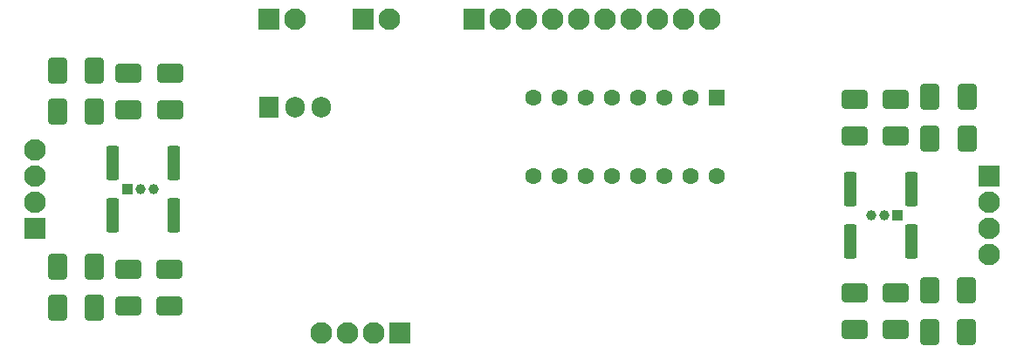
<source format=gbr>
%TF.GenerationSoftware,KiCad,Pcbnew,9.0.3*%
%TF.CreationDate,2025-10-17T11:05:45+02:00*%
%TF.ProjectId,PCB_Driver_Stepper,5043425f-4472-4697-9665-725f53746570,rev?*%
%TF.SameCoordinates,Original*%
%TF.FileFunction,Soldermask,Bot*%
%TF.FilePolarity,Negative*%
%FSLAX46Y46*%
G04 Gerber Fmt 4.6, Leading zero omitted, Abs format (unit mm)*
G04 Created by KiCad (PCBNEW 9.0.3) date 2025-10-17 11:05:45*
%MOMM*%
%LPD*%
G01*
G04 APERTURE LIST*
G04 Aperture macros list*
%AMRoundRect*
0 Rectangle with rounded corners*
0 $1 Rounding radius*
0 $2 $3 $4 $5 $6 $7 $8 $9 X,Y pos of 4 corners*
0 Add a 4 corners polygon primitive as box body*
4,1,4,$2,$3,$4,$5,$6,$7,$8,$9,$2,$3,0*
0 Add four circle primitives for the rounded corners*
1,1,$1+$1,$2,$3*
1,1,$1+$1,$4,$5*
1,1,$1+$1,$6,$7*
1,1,$1+$1,$8,$9*
0 Add four rect primitives between the rounded corners*
20,1,$1+$1,$2,$3,$4,$5,0*
20,1,$1+$1,$4,$5,$6,$7,0*
20,1,$1+$1,$6,$7,$8,$9,0*
20,1,$1+$1,$8,$9,$2,$3,0*%
G04 Aperture macros list end*
%ADD10R,1.000000X1.000000*%
%ADD11C,1.000000*%
%ADD12RoundRect,0.250000X-0.550000X0.550000X-0.550000X-0.550000X0.550000X-0.550000X0.550000X0.550000X0*%
%ADD13C,1.600000*%
%ADD14RoundRect,0.250001X0.799999X-0.799999X0.799999X0.799999X-0.799999X0.799999X-0.799999X-0.799999X0*%
%ADD15C,2.100000*%
%ADD16RoundRect,0.250001X-0.799999X-0.799999X0.799999X-0.799999X0.799999X0.799999X-0.799999X0.799999X0*%
%ADD17R,1.905000X2.000000*%
%ADD18O,1.905000X2.000000*%
%ADD19RoundRect,0.250001X-0.799999X0.799999X-0.799999X-0.799999X0.799999X-0.799999X0.799999X0.799999X0*%
%ADD20RoundRect,0.250001X0.799999X0.799999X-0.799999X0.799999X-0.799999X-0.799999X0.799999X-0.799999X0*%
%ADD21RoundRect,0.250000X1.000000X0.650000X-1.000000X0.650000X-1.000000X-0.650000X1.000000X-0.650000X0*%
%ADD22RoundRect,0.250000X-0.650000X1.000000X-0.650000X-1.000000X0.650000X-1.000000X0.650000X1.000000X0*%
%ADD23RoundRect,0.250000X0.362500X1.425000X-0.362500X1.425000X-0.362500X-1.425000X0.362500X-1.425000X0*%
%ADD24RoundRect,0.250000X0.650000X-1.000000X0.650000X1.000000X-0.650000X1.000000X-0.650000X-1.000000X0*%
%ADD25RoundRect,0.250000X-1.000000X-0.650000X1.000000X-0.650000X1.000000X0.650000X-1.000000X0.650000X0*%
%ADD26RoundRect,0.250000X-0.362500X-1.425000X0.362500X-1.425000X0.362500X1.425000X-0.362500X1.425000X0*%
G04 APERTURE END LIST*
D10*
%TO.C,J107*%
X100055000Y-86120000D03*
D11*
X101325000Y-86120000D03*
X102595000Y-86120000D03*
%TD*%
D12*
%TO.C,U302*%
X157205000Y-77230000D03*
D13*
X154665000Y-77230000D03*
X152125000Y-77230000D03*
X149585000Y-77230000D03*
X147045000Y-77230000D03*
X144505000Y-77230000D03*
X141965000Y-77230000D03*
X139425000Y-77230000D03*
X139425000Y-84850000D03*
X141965000Y-84850000D03*
X144505000Y-84850000D03*
X147045000Y-84850000D03*
X149585000Y-84850000D03*
X152125000Y-84850000D03*
X154665000Y-84850000D03*
X157205000Y-84850000D03*
%TD*%
D14*
%TO.C,J105*%
X91120100Y-89940000D03*
D15*
X91120100Y-87400000D03*
X91120100Y-84860000D03*
X91120100Y-82320000D03*
%TD*%
D16*
%TO.C,J102*%
X133710000Y-69609000D03*
D15*
X136250000Y-69609000D03*
X138790000Y-69609000D03*
X141330000Y-69609000D03*
X143870000Y-69609000D03*
X146410000Y-69609000D03*
X148950000Y-69609000D03*
X151490000Y-69609000D03*
X154030000Y-69609000D03*
X156570000Y-69609000D03*
%TD*%
D16*
%TO.C,J103*%
X122915000Y-69610000D03*
D15*
X125455000Y-69610000D03*
%TD*%
D17*
%TO.C,U201*%
X113771000Y-78180000D03*
D18*
X116311000Y-78180000D03*
X118851000Y-78180000D03*
%TD*%
D16*
%TO.C,J101*%
X113772000Y-69610000D03*
D15*
X116312000Y-69610000D03*
%TD*%
D19*
%TO.C,J106*%
X183626500Y-84850000D03*
D15*
X183626500Y-87390000D03*
X183626500Y-89930000D03*
X183626500Y-92470000D03*
%TD*%
D20*
%TO.C,J104*%
X126471000Y-100090000D03*
D15*
X123931000Y-100090000D03*
X121391000Y-100090000D03*
X118851000Y-100090000D03*
%TD*%
D10*
%TO.C,J108*%
X174731000Y-88665000D03*
D11*
X173461000Y-88665000D03*
X172191000Y-88665000D03*
%TD*%
D21*
%TO.C,D402*%
X104142600Y-93851000D03*
X100142600Y-93851000D03*
%TD*%
%TO.C,D414*%
X174572000Y-77418000D03*
X170572000Y-77418000D03*
%TD*%
D22*
%TO.C,D415*%
X177866000Y-95952000D03*
X177866000Y-99952000D03*
%TD*%
D23*
%TO.C,R405*%
X176114000Y-91205000D03*
X170189000Y-91205000D03*
%TD*%
D24*
%TO.C,D401*%
X96864600Y-97629000D03*
X96864600Y-93629000D03*
%TD*%
D25*
%TO.C,D412*%
X170572000Y-96214000D03*
X174572000Y-96214000D03*
%TD*%
D26*
%TO.C,R401*%
X98632600Y-88665000D03*
X104557600Y-88665000D03*
%TD*%
D21*
%TO.C,D416*%
X174572000Y-99730000D03*
X170572000Y-99730000D03*
%TD*%
D22*
%TO.C,D409*%
X181502000Y-77156000D03*
X181502000Y-81156000D03*
%TD*%
D23*
%TO.C,R404*%
X176114000Y-86125000D03*
X170189000Y-86125000D03*
%TD*%
D22*
%TO.C,D405*%
X93308600Y-93629000D03*
X93308600Y-97629000D03*
%TD*%
D25*
%TO.C,D408*%
X100174600Y-78357000D03*
X104174600Y-78357000D03*
%TD*%
D22*
%TO.C,D403*%
X96840600Y-74579000D03*
X96840600Y-78579000D03*
%TD*%
D21*
%TO.C,D404*%
X104174600Y-74801000D03*
X100174600Y-74801000D03*
%TD*%
D26*
%TO.C,R402*%
X98632600Y-83585000D03*
X104557600Y-83585000D03*
%TD*%
D24*
%TO.C,D407*%
X93284600Y-78579000D03*
X93284600Y-74579000D03*
%TD*%
%TO.C,D413*%
X177906000Y-81156000D03*
X177906000Y-77156000D03*
%TD*%
%TO.C,D411*%
X181462000Y-99952000D03*
X181462000Y-95952000D03*
%TD*%
D25*
%TO.C,D406*%
X100142600Y-97407000D03*
X104142600Y-97407000D03*
%TD*%
%TO.C,D410*%
X170572000Y-80934000D03*
X174572000Y-80934000D03*
%TD*%
M02*

</source>
